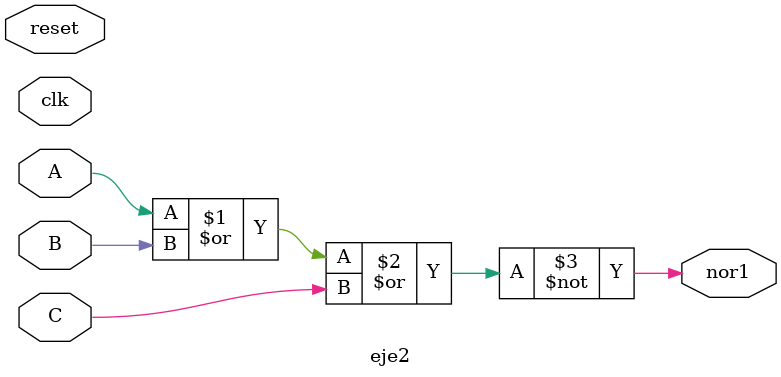
<source format=v>
module eje2 (
    input wire clk,
    input wire reset,
    input wire A,  // Cambiado a entrada
    input wire B,  // Cambiado a entrada
    input wire C,  // Cambiado a entrada
    output wire nor1    // Salida correcta
);

    // Operación lógica para la salida
    assign nor1 = ~(A | B | C);

endmodule
</source>
